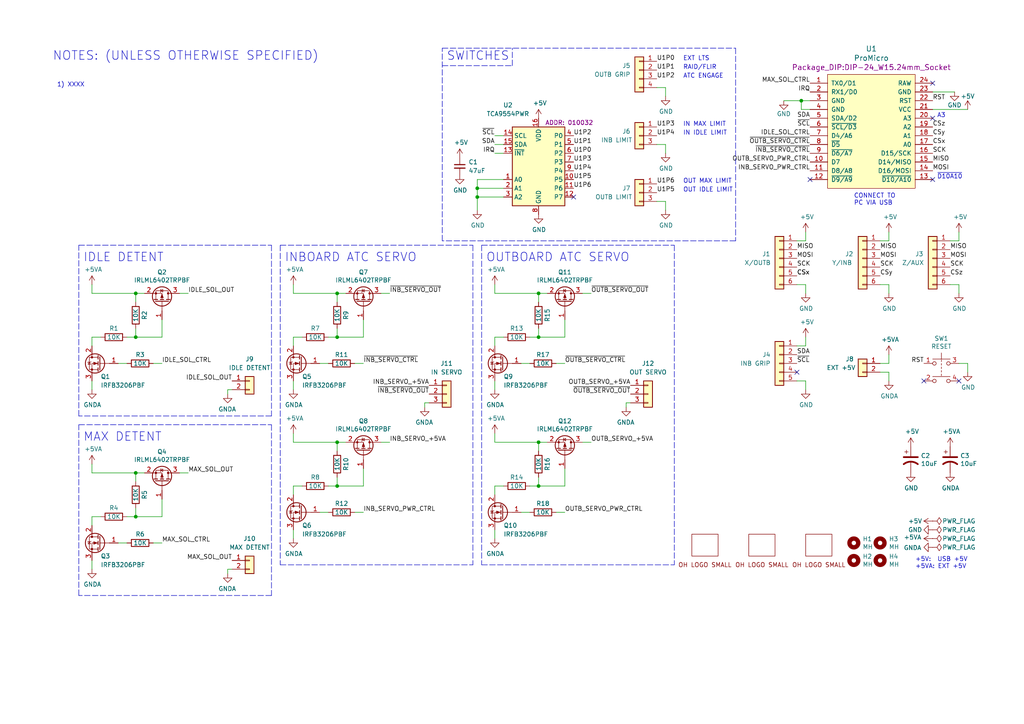
<source format=kicad_sch>
(kicad_sch (version 20211123) (generator eeschema)
  (paper "A4")
  (title_block (title "OH Flight Stick Controller") (date "2021-10-15") (rev "1") (company "www.OpenHornet.com") (comment 1 "CC BY-NC-SA"))
  (junction (at 39.37 149.86))
  (junction (at 156.21 140.97))
  (junction (at 39.37 85.09))
  (junction (at 39.37 97.79))
  (junction (at 156.21 128.27))
  (junction (at 138.43 54.61))
  (junction (at 97.79 128.27))
  (junction (at 39.37 137.16))
  (junction (at 156.21 85.09))
  (junction (at 97.79 97.79))
  (junction (at 156.21 97.79))
  (junction (at 232.41 29.21))
  (junction (at 138.43 57.15))
  (junction (at 97.79 85.09))
  (junction (at 97.79 140.97))
  (no_connect (at 270.51 24.13))
  (no_connect (at 267.97 110.49))
  (no_connect (at 166.37 57.15))
  (no_connect (at 231.14 107.95))
  (no_connect (at 270.51 34.29))
  (no_connect (at 270.51 52.07))
  (no_connect (at 278.13 110.49))
  (no_connect (at 234.95 52.07))
  (wire (pts (xy 85.09 97.79) (xy 85.09 100.33)))
  (wire (pts (xy 39.37 147.32) (xy 39.37 149.86)))
  (wire (pts (xy 138.43 54.61) (xy 138.43 57.15)))
  (wire (pts (xy 143.51 82.55) (xy 143.51 85.09)))
  (wire (pts (xy 257.81 107.95) (xy 257.81 110.49)))
  (wire (pts (xy 102.87 148.59) (xy 105.41 148.59)))
  (wire (pts (xy 143.51 125.73) (xy 143.51 128.27)))
  (polyline (pts (xy 128.27 13.97) (xy 213.36 13.97)))
  (wire (pts (xy 163.83 135.89) (xy 163.83 140.97)))
  (polyline (pts (xy 22.86 71.12) (xy 78.74 71.12)))
  (wire (pts (xy 163.83 140.97) (xy 156.21 140.97)))
  (polyline (pts (xy 213.36 69.85) (xy 128.27 69.85)))
  (wire (pts (xy 97.79 85.09) (xy 85.09 85.09)))
  (wire (pts (xy 85.09 113.03) (xy 85.09 110.49)))
  (wire (pts (xy 146.05 97.79) (xy 143.51 97.79)))
  (wire (pts (xy 146.05 140.97) (xy 143.51 140.97)))
  (wire (pts (xy 44.45 105.41) (xy 46.99 105.41)))
  (polyline (pts (xy 81.28 163.83) (xy 137.16 163.83)))
  (wire (pts (xy 39.37 137.16) (xy 26.67 137.16)))
  (wire (pts (xy 255.27 82.55) (xy 257.81 82.55)))
  (wire (pts (xy 87.63 140.97) (xy 85.09 140.97)))
  (wire (pts (xy 233.68 110.49) (xy 233.68 113.03)))
  (wire (pts (xy 67.31 165.1) (xy 66.04 165.1)))
  (wire (pts (xy 146.05 41.91) (xy 143.51 41.91)))
  (wire (pts (xy 234.95 29.21) (xy 232.41 29.21)))
  (wire (pts (xy 163.83 97.79) (xy 156.21 97.79)))
  (wire (pts (xy 151.13 105.41) (xy 153.67 105.41)))
  (wire (pts (xy 231.14 69.85) (xy 233.68 69.85)))
  (wire (pts (xy 156.21 130.81) (xy 156.21 128.27)))
  (wire (pts (xy 233.68 82.55) (xy 233.68 85.09)))
  (wire (pts (xy 39.37 87.63) (xy 39.37 85.09)))
  (wire (pts (xy 143.51 113.03) (xy 143.51 110.49)))
  (wire (pts (xy 46.99 92.71) (xy 46.99 97.79)))
  (polyline (pts (xy 128.27 69.85) (xy 128.27 13.97)))
  (wire (pts (xy 46.99 149.86) (xy 39.37 149.86)))
  (polyline (pts (xy 139.7 71.12) (xy 139.7 163.83)))
  (wire (pts (xy 270.51 31.75) (xy 280.67 31.75)))
  (wire (pts (xy 36.83 149.86) (xy 39.37 149.86)))
  (polyline (pts (xy 195.58 71.12) (xy 195.58 163.83)))
  (polyline (pts (xy 128.27 19.05) (xy 148.59 19.05)))
  (wire (pts (xy 193.04 41.91) (xy 193.04 44.45)))
  (wire (pts (xy 100.33 128.27) (xy 97.79 128.27)))
  (wire (pts (xy 34.29 157.48) (xy 36.83 157.48)))
  (wire (pts (xy 46.99 144.78) (xy 46.99 149.86)))
  (wire (pts (xy 97.79 130.81) (xy 97.79 128.27)))
  (wire (pts (xy 44.45 157.48) (xy 46.99 157.48)))
  (polyline (pts (xy 22.86 123.19) (xy 78.74 123.19)))
  (wire (pts (xy 85.09 156.21) (xy 85.09 153.67)))
  (wire (pts (xy 34.29 105.41) (xy 36.83 105.41)))
  (polyline (pts (xy 139.7 71.12) (xy 195.58 71.12)))
  (wire (pts (xy 41.91 137.16) (xy 39.37 137.16)))
  (wire (pts (xy 156.21 95.25) (xy 156.21 97.79)))
  (wire (pts (xy 29.21 97.79) (xy 26.67 97.79)))
  (wire (pts (xy 26.67 134.62) (xy 26.67 137.16)))
  (wire (pts (xy 257.81 105.41) (xy 255.27 105.41)))
  (polyline (pts (xy 22.86 172.72) (xy 22.86 123.19)))
  (wire (pts (xy 26.67 82.55) (xy 26.67 85.09)))
  (polyline (pts (xy 78.74 123.19) (xy 78.74 172.72)))
  (wire (pts (xy 233.68 100.33) (xy 233.68 97.79)))
  (polyline (pts (xy 78.74 71.12) (xy 78.74 120.65)))
  (wire (pts (xy 54.61 137.16) (xy 52.07 137.16)))
  (wire (pts (xy 153.67 140.97) (xy 156.21 140.97)))
  (polyline (pts (xy 78.74 120.65) (xy 22.86 120.65)))
  (wire (pts (xy 257.81 69.85) (xy 257.81 67.31)))
  (wire (pts (xy 231.14 100.33) (xy 233.68 100.33)))
  (wire (pts (xy 105.41 92.71) (xy 105.41 97.79)))
  (wire (pts (xy 190.5 58.42) (xy 193.04 58.42)))
  (wire (pts (xy 161.29 105.41) (xy 163.83 105.41)))
  (wire (pts (xy 153.67 97.79) (xy 156.21 97.79)))
  (wire (pts (xy 29.21 149.86) (xy 26.67 149.86)))
  (wire (pts (xy 193.04 25.4) (xy 193.04 27.94)))
  (wire (pts (xy 105.41 97.79) (xy 97.79 97.79)))
  (wire (pts (xy 171.45 85.09) (xy 168.91 85.09)))
  (wire (pts (xy 26.67 113.03) (xy 26.67 110.49)))
  (wire (pts (xy 161.29 148.59) (xy 163.83 148.59)))
  (polyline (pts (xy 213.36 13.97) (xy 213.36 69.85)))
  (wire (pts (xy 92.71 105.41) (xy 95.25 105.41)))
  (wire (pts (xy 275.59 69.85) (xy 278.13 69.85)))
  (wire (pts (xy 26.67 165.1) (xy 26.67 162.56)))
  (wire (pts (xy 233.68 69.85) (xy 233.68 67.31)))
  (wire (pts (xy 92.71 148.59) (xy 95.25 148.59)))
  (wire (pts (xy 193.04 58.42) (xy 193.04 60.96)))
  (wire (pts (xy 234.95 31.75) (xy 232.41 31.75)))
  (wire (pts (xy 255.27 107.95) (xy 257.81 107.95)))
  (wire (pts (xy 54.61 85.09) (xy 52.07 85.09)))
  (wire (pts (xy 156.21 85.09) (xy 143.51 85.09)))
  (wire (pts (xy 87.63 97.79) (xy 85.09 97.79)))
  (wire (pts (xy 95.25 140.97) (xy 97.79 140.97)))
  (wire (pts (xy 97.79 95.25) (xy 97.79 97.79)))
  (wire (pts (xy 26.67 149.86) (xy 26.67 152.4)))
  (wire (pts (xy 113.03 85.09) (xy 110.49 85.09)))
  (wire (pts (xy 146.05 57.15) (xy 138.43 57.15)))
  (wire (pts (xy 67.31 113.03) (xy 66.04 113.03)))
  (wire (pts (xy 232.41 31.75) (xy 232.41 29.21)))
  (wire (pts (xy 143.51 156.21) (xy 143.51 153.67)))
  (wire (pts (xy 257.81 102.87) (xy 257.81 105.41)))
  (wire (pts (xy 276.86 26.67) (xy 270.51 26.67)))
  (wire (pts (xy 146.05 52.07) (xy 138.43 52.07)))
  (wire (pts (xy 156.21 128.27) (xy 143.51 128.27)))
  (wire (pts (xy 151.13 148.59) (xy 153.67 148.59)))
  (wire (pts (xy 138.43 57.15) (xy 138.43 60.96)))
  (wire (pts (xy 113.03 128.27) (xy 110.49 128.27)))
  (wire (pts (xy 278.13 82.55) (xy 278.13 85.09)))
  (wire (pts (xy 190.5 25.4) (xy 193.04 25.4)))
  (wire (pts (xy 231.14 82.55) (xy 233.68 82.55)))
  (wire (pts (xy 39.37 85.09) (xy 26.67 85.09)))
  (wire (pts (xy 95.25 97.79) (xy 97.79 97.79)))
  (polyline (pts (xy 81.28 71.12) (xy 137.16 71.12)))
  (wire (pts (xy 158.75 128.27) (xy 156.21 128.27)))
  (wire (pts (xy 39.37 139.7) (xy 39.37 137.16)))
  (wire (pts (xy 26.67 97.79) (xy 26.67 100.33)))
  (wire (pts (xy 102.87 105.41) (xy 105.41 105.41)))
  (wire (pts (xy 36.83 97.79) (xy 39.37 97.79)))
  (wire (pts (xy 156.21 87.63) (xy 156.21 85.09)))
  (polyline (pts (xy 22.86 120.65) (xy 22.86 71.12)))
  (wire (pts (xy 143.51 39.37) (xy 146.05 39.37)))
  (polyline (pts (xy 81.28 71.12) (xy 81.28 163.83)))
  (wire (pts (xy 275.59 82.55) (xy 278.13 82.55)))
  (wire (pts (xy 105.41 135.89) (xy 105.41 140.97)))
  (wire (pts (xy 232.41 29.21) (xy 227.33 29.21)))
  (polyline (pts (xy 148.59 19.05) (xy 148.59 13.97)))
  (polyline (pts (xy 137.16 71.12) (xy 137.16 163.83)))
  (wire (pts (xy 181.61 116.84) (xy 181.61 118.11)))
  (wire (pts (xy 123.19 116.84) (xy 123.19 118.11)))
  (wire (pts (xy 143.51 44.45) (xy 146.05 44.45)))
  (wire (pts (xy 85.09 140.97) (xy 85.09 143.51)))
  (wire (pts (xy 85.09 125.73) (xy 85.09 128.27)))
  (polyline (pts (xy 78.74 172.72) (xy 22.86 172.72)))
  (wire (pts (xy 97.79 87.63) (xy 97.79 85.09)))
  (polyline (pts (xy 139.7 163.83) (xy 195.58 163.83)))
  (wire (pts (xy 156.21 138.43) (xy 156.21 140.97)))
  (wire (pts (xy 46.99 97.79) (xy 39.37 97.79)))
  (wire (pts (xy 97.79 128.27) (xy 85.09 128.27)))
  (wire (pts (xy 143.51 140.97) (xy 143.51 143.51)))
  (wire (pts (xy 124.46 116.84) (xy 123.19 116.84)))
  (wire (pts (xy 146.05 54.61) (xy 138.43 54.61)))
  (wire (pts (xy 278.13 69.85) (xy 278.13 67.31)))
  (wire (pts (xy 182.88 116.84) (xy 181.61 116.84)))
  (wire (pts (xy 66.04 165.1) (xy 66.04 166.37)))
  (wire (pts (xy 280.67 107.95) (xy 280.67 105.41)))
  (wire (pts (xy 158.75 85.09) (xy 156.21 85.09)))
  (wire (pts (xy 41.91 85.09) (xy 39.37 85.09)))
  (wire (pts (xy 280.67 105.41) (xy 278.13 105.41)))
  (wire (pts (xy 171.45 128.27) (xy 168.91 128.27)))
  (wire (pts (xy 190.5 41.91) (xy 193.04 41.91)))
  (wire (pts (xy 105.41 140.97) (xy 97.79 140.97)))
  (wire (pts (xy 85.09 82.55) (xy 85.09 85.09)))
  (wire (pts (xy 66.04 113.03) (xy 66.04 114.3)))
  (wire (pts (xy 97.79 138.43) (xy 97.79 140.97)))
  (wire (pts (xy 163.83 92.71) (xy 163.83 97.79)))
  (wire (pts (xy 39.37 95.25) (xy 39.37 97.79)))
  (wire (pts (xy 100.33 85.09) (xy 97.79 85.09)))
  (wire (pts (xy 257.81 82.55) (xy 257.81 85.09)))
  (wire (pts (xy 138.43 52.07) (xy 138.43 54.61)))
  (wire (pts (xy 143.51 97.79) (xy 143.51 100.33)))
  (wire (pts (xy 255.27 69.85) (xy 257.81 69.85)))
  (wire (pts (xy 231.14 110.49) (xy 233.68 110.49)))
  (text "+5V:  USB +5V\n+5VA: EXT +5V" (at 265.43 165.1 0) (effects (font (size 1.27 1.27)) (justify left bottom)))
  (text "MAX DETENT" (at 24.13 128.27 0) (effects (font (size 2.4892 2.4892)) (justify left bottom)))
  (text "SWITCHES" (at 129.54 17.78 0) (effects (font (size 2.4892 2.4892)) (justify left bottom)))
  (text "A3" (at 271.78 34.29 0) (effects (font (size 1.27 1.27)) (justify left bottom)))
  (text "IN MAX LIMIT" (at 198.12 36.83 0) (effects (font (size 1.27 1.27)) (justify left bottom)))
  (text "ATC ENGAGE" (at 198.12 22.86 0) (effects (font (size 1.27 1.27)) (justify left bottom)))
  (text "OUTBOARD ATC SERVO" (at 140.97 76.2 0) (effects (font (size 2.4892 2.4892)) (justify left bottom)))
  (text "~{D10A10}" (at 271.78 52.07 0) (effects (font (size 1.27 1.27)) (justify left bottom)))
  (text "CONNECT TO \nPC VIA USB" (at 247.65 59.69 0) (effects (font (size 1.27 1.27)) (justify left bottom)))
  (text "INBOARD ATC SERVO" (at 82.55 76.2 0) (effects (font (size 2.4892 2.4892)) (justify left bottom)))
  (text "IDLE DETENT" (at 24.13 76.2 0) (effects (font (size 2.4892 2.4892)) (justify left bottom)))
  (text "IN IDLE LIMIT" (at 198.12 39.37 0) (effects (font (size 1.27 1.27)) (justify left bottom)))
  (text "RAID/FLIR" (at 198.12 20.32 0) (effects (font (size 1.27 1.27)) (justify left bottom)))
  (text "EXT LTS" (at 198.12 17.78 0) (effects (font (size 1.27 1.27)) (justify left bottom)))
  (text "1) XXXX" (at 16.51 25.4 0) (effects (font (size 1.27 1.27)) (justify left bottom)))
  (text "OUT IDLE LIMIT" (at 198.12 55.88 0) (effects (font (size 1.27 1.27)) (justify left bottom)))
  (text "NOTES: (UNLESS OTHERWISE SPECIFIED)" (at 15.24 17.78 0) (effects (font (size 2.54 2.54)) (justify left bottom)))
  (text "OUT MAX LIMIT" (at 198.12 53.34 0) (effects (font (size 1.27 1.27)) (justify left bottom)))
  (label "MISO" (at 270.51 46.99 0))
  (label "SCK" (at 275.59 77.47 0))
  (label "CSz" (at 270.51 36.83 0))
  (label "MOSI" (at 275.59 74.93 0))
  (label "MAX_SOL_CTRL" (at 46.99 157.48 0))
  (label "SCK" (at 231.14 77.47 0))
  (label "U1P4" (at 166.37 49.53 0))
  (label "RST" (at 270.51 29.21 0))
  (label "U1P3" (at 166.37 46.99 0))
  (label "~{OUTB_SERVO_OUT}" (at 182.88 114.3 180))
  (label "CSz" (at 275.59 80.01 0))
  (label "MOSI" (at 255.27 74.93 0))
  (label "MISO" (at 231.14 72.39 0))
  (label "CSx" (at 270.51 41.91 0))
  (label "~{INB_SERVO_CTRL}" (at 234.95 44.45 180))
  (label "U1P3" (at 190.5 36.83 0))
  (label "SCK" (at 270.51 44.45 0))
  (label "MOSI" (at 270.51 49.53 0))
  (label "U1P6" (at 166.37 54.61 0))
  (label "U1P1" (at 166.37 41.91 0))
  (label "CSy" (at 270.51 39.37 0))
  (label "MAX_SOL_OUT" (at 54.61 137.16 0))
  (label "IRQ" (at 234.95 26.67 180))
  (label "IDLE_SOL_OUT" (at 67.31 110.49 180))
  (label "RST" (at 267.97 105.41 180))
  (label "U1P6" (at 190.5 53.34 0))
  (label "~{SCL}" (at 143.51 39.37 180))
  (label "U1P1" (at 190.5 20.32 0))
  (label "~{INB_SERVO_OUT}" (at 124.46 114.3 180))
  (label "IRQ" (at 143.51 44.45 180))
  (label "SDA" (at 143.51 41.91 180))
  (label "INB_SERVO_+5VA" (at 113.03 128.27 0))
  (label "IDLE_SOL_OUT" (at 54.61 85.09 0))
  (label "OUTB_SERVO_+5VA" (at 182.88 111.76 180))
  (label "SDA" (at 234.95 34.29 180))
  (label "OUTB_SERVO_+5VA" (at 171.45 128.27 0))
  (label "~{SCL}" (at 234.95 36.83 180))
  (label "INB_SERVO_PWR_CTRL" (at 234.95 49.53 180))
  (label "MISO" (at 275.59 72.39 0))
  (label "U1P0" (at 190.5 17.78 0))
  (label "U1P4" (at 190.5 39.37 0))
  (label "OUTB_SERVO_PWR_CTRL" (at 234.95 46.99 180))
  (label "INB_SERVO_PWR_CTRL" (at 105.41 148.59 0))
  (label "CSx" (at 231.14 80.01 0))
  (label "U1P0" (at 166.37 44.45 0))
  (label "U1P2" (at 166.37 39.37 0))
  (label "CSx" (at 231.14 80.01 0))
  (label "U1P5" (at 166.37 52.07 0))
  (label "U1P5" (at 190.5 55.88 0))
  (label "INB_SERVO_+5VA" (at 124.46 111.76 180))
  (label "~{SCL}" (at 231.14 105.41 0))
  (label "MISO" (at 255.27 72.39 0))
  (label "MAX_SOL_CTRL" (at 234.95 24.13 180))
  (label "SDA" (at 231.14 102.87 0))
  (label "MAX_SOL_OUT" (at 67.31 162.56 180))
  (label "OUTB_SERVO_PWR_CTRL" (at 163.83 148.59 0))
  (label "IDLE_SOL_CTRL" (at 234.95 39.37 180))
  (label "IDLE_SOL_CTRL" (at 46.99 105.41 0))
  (label "~{INB_SERVO_OUT}" (at 113.03 85.09 0))
  (label "~{OUTB_SERVO_CTRL}" (at 234.95 41.91 180))
  (label "SCK" (at 255.27 77.47 0))
  (label "~{INB_SERVO_CTRL}" (at 105.41 105.41 0))
  (label "MOSI" (at 231.14 74.93 0))
  (label "U1P2" (at 190.5 22.86 0))
  (label "CSy" (at 255.27 80.01 0))
  (label "~{OUTB_SERVO_CTRL}" (at 163.83 105.41 0))
  (label "~{OUTB_SERVO_OUT}" (at 171.45 85.09 0))
  (symbol (lib_id "Interface_Expansion:TCA9554PW") (at 156.21 46.99 0) (unit 1)
    (property "Reference" "U2" (at 147.32 30.48 0))
    (property "Value" "TCA9554PWR" (at 147.32 33.02 0))
    (property "Footprint" "Package_SO:TSSOP-16_4.4x5mm_P0.65mm" (effects hide))
    (property "Datasheet" "https://datasheet.lcsc.com/szlcsc/2001050532_Texas-Instruments-TCA9554PWR_C477924.pdf" (effects hide))
    (property "LCSC" "C477924" (effects hide))
    (property "ADDR" "ADDR: 010032" (at 165.1 35.56 0))
  )
  (symbol (lib_id "power:GND") (at 156.21 62.23 0) (unit 1)
    (property "Reference" "#PWR020" (effects hide))
    (property "Value" "GND" (at 156.337 66.6242 0))
  )
  (symbol (lib_id "power:+5V") (at 156.21 34.29 0) (unit 1)
    (property "Reference" "#PWR019" (effects hide))
    (property "Value" "+5V" (at 156.591 29.8958 0))
  )
  (symbol (lib_id "power:GND") (at 138.43 60.96 0) (unit 1)
    (property "Reference" "#PWR014" (effects hide))
    (property "Value" "GND" (at 138.557 65.3542 0))
  )
  (symbol (lib_id "Connector_Generic:Conn_01x05") (at 226.06 105.41 0) (mirror y) (unit 1)
    (property "Reference" "J4" (at 223.52 102.87 0) (effects (justify left)))
    (property "Value" "INB GRIP" (at 223.52 105.41 0) (effects (justify left)))
    (property "Footprint" "Connector_JST:JST_PH_B5B-PH-K_1x05_P2.00mm_Vertical" (effects hide))
  )
  (symbol (lib_id "power:GND") (at 233.68 113.03 0) (unit 1)
    (property "Reference" "#PWR029" (effects hide))
    (property "Value" "GND" (at 233.807 117.4242 0))
  )
  (symbol (lib_id "CONTROLLER_Throttle-rescue:CP1-Device") (at 264.16 133.35 0) (unit 1)
    (property "Reference" "C2" (at 267.081 132.1816 0) (effects (justify left)))
    (property "Value" "10uF" (at 267.081 134.493 0) (effects (justify left)))
    (property "Footprint" "Capacitor_SMD:C_1206_3216Metric" (effects hide))
    (property "Datasheet" "https://datasheet.lcsc.com/lcsc/1810221112_Samsung-Electro-Mechanics-CL31A106KBHNNNE_C13585.pdf" (effects hide))
    (property "LCSC" "C13585" (effects hide))
  )
  (symbol (lib_id "power:GND") (at 264.16 137.16 0) (unit 1)
    (property "Reference" "#PWR035" (effects hide))
    (property "Value" "GND" (at 264.287 141.5542 0))
  )
  (symbol (lib_id "Device:Q_NMOS_GDS") (at 29.21 105.41 0) (mirror y) (unit 1)
    (property "Reference" "Q1" (at 29.21 109.22 0) (effects (justify right)))
    (property "Value" "IRFB3206PBF" (at 29.21 111.76 0) (effects (justify right)))
    (property "Footprint" "Package_TO_SOT_THT:TO-220-3_Vertical" (effects hide))
    (property "Datasheet" "https://datasheet.lcsc.com/szlcsc/1806111728_Infineon-Technologies-IRFB3206PBF_C2642.pdf" (effects hide))
    (property "PN" "IRFB3206PBF" (effects hide))
    (property "LCSC" "C2642" (effects hide))
  )
  (symbol (lib_id "Device:R") (at 40.64 105.41 270) (mirror x) (unit 1)
    (property "Reference" "R3" (at 40.64 102.87 90))
    (property "Value" "10K" (at 40.64 105.41 90))
    (property "Footprint" "Resistor_SMD:R_0603_1608Metric_Pad0.98x0.95mm_HandSolder" (effects hide))
    (property "Datasheet" "https://datasheet.lcsc.com/szlcsc/1811062009_UNI-ROYAL-Uniroyal-Elec-0603WAF1002T5E_C25804.pdf" (effects hide))
    (property "PN" "0603WAF1002T5E" (effects hide))
    (property "LCSC" "C25804" (effects hide))
  )
  (symbol (lib_id "Transistor_FET:IRLML6402") (at 46.99 87.63 270) (mirror x) (unit 1)
    (property "Reference" "Q2" (at 46.99 78.9432 90))
    (property "Value" "IRLML6402TRPBF" (at 46.99 81.2546 90))
    (property "Footprint" "Package_TO_SOT_SMD:SOT-23" (effects hide))
    (property "Datasheet" "https://www.infineon.com/dgdl/irlml6402pbf.pdf?fileId=5546d462533600a401535668d5c2263c" (effects hide))
    (property "LCSC" "C2593" (effects hide))
  )
  (symbol (lib_id "Device:R") (at 33.02 97.79 270) (mirror x) (unit 1)
    (property "Reference" "R1" (at 33.02 95.25 90))
    (property "Value" "10K" (at 33.02 97.79 90))
    (property "Footprint" "Resistor_SMD:R_0603_1608Metric_Pad0.98x0.95mm_HandSolder" (effects hide))
    (property "Datasheet" "https://datasheet.lcsc.com/szlcsc/1811062009_UNI-ROYAL-Uniroyal-Elec-0603WAF1002T5E_C25804.pdf" (effects hide))
    (property "PN" "0603WAF1002T5E" (effects hide))
    (property "LCSC" "C25804" (effects hide))
  )
  (symbol (lib_id "Device:R") (at 39.37 91.44 0) (mirror x) (unit 1)
    (property "Reference" "R2" (at 41.91 91.44 90))
    (property "Value" "10K" (at 39.37 91.44 90))
    (property "Footprint" "Resistor_SMD:R_0603_1608Metric_Pad0.98x0.95mm_HandSolder" (effects hide))
    (property "Datasheet" "https://datasheet.lcsc.com/szlcsc/1811062009_UNI-ROYAL-Uniroyal-Elec-0603WAF1002T5E_C25804.pdf" (effects hide))
    (property "PN" "0603WAF1002T5E" (effects hide))
    (property "LCSC" "C25804" (effects hide))
  )
  (symbol (lib_id "power:+5V") (at 270.51 151.13 90) (unit 1)
    (property "Reference" "#PWR036" (effects hide))
    (property "Value" "+5V" (at 265.43 151.13 90))
  )
  (symbol (lib_id "power:PWR_FLAG") (at 270.51 151.13 270) (unit 1)
    (property "Reference" "#FLG01" (effects hide))
    (property "Value" "PWR_FLAG" (at 278.13 151.13 90))
  )
  (symbol (lib_id "KiCadCustomLib:ProMicro") (at 252.73 43.18 0) (unit 1)
    (property "Reference" "U1" (at 252.73 14.1478 0) (effects (font (size 1.524 1.524))))
    (property "Value" "ProMicro" (at 252.73 16.8402 0) (effects (font (size 1.524 1.524))))
    (property "Footprint" "Package_DIP:DIP-24_W15.24mm_Socket" (at 252.73 19.5326 0) (effects (font (size 1.524 1.524))))
    (property "Datasheet" "https://datasheet.lcsc.com/lcsc/1810271810_CONNFLY-Elec-DS1009-24AT1WX-0A2_C72120.pdf" (effects hide))
    (property "LCSC" "C72120" (effects hide))
  )
  (symbol (lib_id "Connector_Generic:Conn_01x06") (at 250.19 74.93 0) (mirror y) (unit 1)
    (property "Reference" "J2" (at 245.11 73.66 0) (effects (justify right)))
    (property "Value" "Y/INB" (at 241.3 76.2 0) (effects (justify right)))
    (property "Footprint" "Connector_JST:JST_PH_S6B-PH-K_1x06_P2.00mm_Horizontal" (effects hide))
    (property "Datasheet" "https://datasheet.lcsc.com/lcsc/1810261108_JST-Sales-America-S6B-PH-K-S-GW-LF-SN_C265105.pdf" (effects hide))
    (property "LCSC" "C265105" (effects hide))
  )
  (symbol (lib_id "power:+5V") (at 257.81 67.31 0) (unit 1)
    (property "Reference" "#PWR030" (effects hide))
    (property "Value" "+5V" (at 258.191 62.9158 0))
  )
  (symbol (lib_id "power:GND") (at 257.81 85.09 0) (unit 1)
    (property "Reference" "#PWR031" (effects hide))
    (property "Value" "GND" (at 257.937 89.4842 0))
  )
  (symbol (lib_id "Mechanical:MountingHole") (at 247.65 157.48 0) (unit 1)
    (property "Reference" "H1" (at 250.19 156.3116 0) (effects (justify left)))
    (property "Value" "MH" (at 250.19 158.623 0) (effects (justify left)))
    (property "Footprint" "MountingHole:MountingHole_2.5mm" (effects hide))
  )
  (symbol (lib_id "Mechanical:MountingHole") (at 255.27 157.48 0) (unit 1)
    (property "Reference" "H3" (at 257.81 156.3116 0) (effects (justify left)))
    (property "Value" "MH" (at 257.81 158.623 0) (effects (justify left)))
    (property "Footprint" "MountingHole:MountingHole_2.5mm" (effects hide))
  )
  (symbol (lib_id "KiCadCustomLib:OpenHornetLogoSmall") (at 204.47 166.37 0) (unit 1)
    (property "Reference" "LOGO1" (effects hide))
    (property "Value" "OpenHornetLogoSmall" (effects hide))
    (property "Footprint" "KiCAD Libraries:OH_LOGO_37.7mm_5.9mm" (effects hide))
  )
  (symbol (lib_id "KiCadCustomLib:OpenHornetLogoSmall") (at 220.98 166.37 0) (unit 1)
    (property "Reference" "LOGO2" (effects hide))
    (property "Value" "OpenHornetLogoSmall" (effects hide))
    (property "Footprint" "KiCAD Libraries:CC-BY-NC-SA-Small" (effects hide))
  )
  (symbol (lib_id "Connector_Generic:Conn_01x06") (at 270.51 74.93 0) (mirror y) (unit 1)
    (property "Reference" "J3" (at 265.43 73.66 0) (effects (justify right)))
    (property "Value" "Z/AUX" (at 261.62 76.2 0) (effects (justify right)))
    (property "Footprint" "Connector_JST:JST_PH_S6B-PH-K_1x06_P2.00mm_Horizontal" (effects hide))
    (property "Datasheet" "https://datasheet.lcsc.com/lcsc/1810261108_JST-Sales-America-S6B-PH-K-S-GW-LF-SN_C265105.pdf" (effects hide))
    (property "LCSC" "C265105" (effects hide))
  )
  (symbol (lib_id "power:+5V") (at 278.13 67.31 0) (unit 1)
    (property "Reference" "#PWR043" (effects hide))
    (property "Value" "+5V" (at 278.511 62.9158 0))
  )
  (symbol (lib_id "power:GND") (at 278.13 85.09 0) (unit 1)
    (property "Reference" "#PWR044" (effects hide))
    (property "Value" "GND" (at 278.257 89.4842 0))
  )
  (symbol (lib_id "power:+5V") (at 280.67 31.75 0) (unit 1)
    (property "Reference" "#PWR045" (effects hide))
    (property "Value" "+5V" (at 280.67 27.94 0))
  )
  (symbol (lib_id "power:GND") (at 276.86 26.67 0) (unit 1)
    (property "Reference" "#PWR042" (effects hide))
    (property "Value" "GND" (at 276.86 30.48 0))
  )
  (symbol (lib_id "power:GND") (at 227.33 29.21 0) (unit 1)
    (property "Reference" "#PWR025" (effects hide))
    (property "Value" "GND" (at 227.33 33.02 0))
  )
  (symbol (lib_id "KiCadCustomLib:Omron_B3F-1026") (at 273.05 105.41 0) (unit 1)
    (property "Reference" "SW1" (at 273.05 98.171 0))
    (property "Value" "RESET" (at 273.05 100.4824 0))
    (property "Footprint" "KiCAD Libraries:SMD-SW-4_5.1x5.1" (effects hide))
    (property "Datasheet" "https://datasheet.lcsc.com/lcsc/2002271431_XKB-Connectivity-TS-1187A-B-A-B_C318884.pdf" (effects hide))
    (property "LCSC" "C318884" (effects hide))
  )
  (symbol (lib_id "power:GND") (at 280.67 107.95 0) (unit 1)
    (property "Reference" "#PWR046" (effects hide))
    (property "Value" "GND" (at 280.797 112.3442 0))
  )
  (symbol (lib_id "KiCadCustomLib:OpenHornetLogoSmall") (at 237.49 166.37 0) (unit 1)
    (property "Reference" "LOGO3" (effects hide))
    (property "Value" "OpenHornetLogoSmall" (effects hide))
    (property "Footprint" "KiCAD Libraries:OH_LOGO_ONLY_11x6mm" (effects hide))
  )
  (symbol (lib_id "Mechanical:MountingHole") (at 247.65 162.56 0) (unit 1)
    (property "Reference" "H2" (at 250.19 161.3916 0) (effects (justify left)))
    (property "Value" "MH" (at 250.19 163.703 0) (effects (justify left)))
    (property "Footprint" "MountingHole:MountingHole_2.5mm" (effects hide))
  )
  (symbol (lib_id "Mechanical:MountingHole") (at 255.27 162.56 0) (unit 1)
    (property "Reference" "H4" (at 257.81 161.3916 0) (effects (justify left)))
    (property "Value" "MH" (at 257.81 163.703 0) (effects (justify left)))
    (property "Footprint" "MountingHole:MountingHole_2.5mm" (effects hide))
  )
  (symbol (lib_id "power:GND") (at 193.04 44.45 0) (unit 1)
    (property "Reference" "#PWR023" (effects hide))
    (property "Value" "GND" (at 193.167 48.8442 0))
  )
  (symbol (lib_id "Connector_Generic:Conn_01x04") (at 185.42 20.32 0) (mirror y) (unit 1)
    (property "Reference" "J5" (at 182.88 19.05 0) (effects (justify left)))
    (property "Value" "OUTB GRIP" (at 182.88 21.59 0) (effects (justify left)))
    (property "Footprint" "Connector_JST:JST_PH_B4B-PH-K_1x04_P2.00mm_Vertical" (effects hide))
  )
  (symbol (lib_id "power:GND") (at 193.04 27.94 0) (unit 1)
    (property "Reference" "#PWR022" (effects hide))
    (property "Value" "GND" (at 193.167 32.3342 0))
  )
  (symbol (lib_id "power:+5V") (at 233.68 97.79 0) (unit 1)
    (property "Reference" "#PWR028" (effects hide))
    (property "Value" "+5V" (at 234.061 93.3958 0))
  )
  (symbol (lib_id "Connector_Generic:Conn_01x03") (at 185.42 39.37 0) (mirror y) (unit 1)
    (property "Reference" "J6" (at 182.88 38.1 0) (effects (justify left)))
    (property "Value" "INB LIMIT" (at 183.388 40.6146 0) (effects (justify left)))
    (property "Footprint" "Connector_JST:JST_PH_B3B-PH-K_1x03_P2.00mm_Vertical" (effects hide))
  )
  (symbol (lib_id "power:GND") (at 193.04 60.96 0) (unit 1)
    (property "Reference" "#PWR024" (effects hide))
    (property "Value" "GND" (at 193.167 65.3542 0))
  )
  (symbol (lib_id "Connector_Generic:Conn_01x03") (at 185.42 55.88 0) (mirror y) (unit 1)
    (property "Reference" "J7" (at 182.88 54.61 0) (effects (justify left)))
    (property "Value" "OUTB LIMIT" (at 183.388 57.1246 0) (effects (justify left)))
    (property "Footprint" "Connector_JST:JST_PH_B3B-PH-K_1x03_P2.00mm_Vertical" (effects hide))
  )
  (symbol (lib_id "Connector_Generic:Conn_01x02") (at 72.39 110.49 0) (unit 1)
    (property "Reference" "J9" (at 72.39 104.14 0))
    (property "Value" "IDLE DETENT" (at 72.39 106.68 0))
    (property "Footprint" "Connector_JST:JST_PH_B2B-PH-K_1x02_P2.00mm_Vertical" (effects hide))
  )
  (symbol (lib_id "Connector_Generic:Conn_01x03") (at 187.96 114.3 0) (unit 1)
    (property "Reference" "J12" (at 187.96 105.41 0))
    (property "Value" "OUT SERVO" (at 187.96 107.95 0))
    (property "Footprint" "Connector_JST:JST_PH_B3B-PH-K_1x03_P2.00mm_Vertical" (effects hide))
  )
  (symbol (lib_id "Connector_Generic:Conn_01x03") (at 129.54 114.3 0) (unit 1)
    (property "Reference" "J11" (at 129.54 105.41 0))
    (property "Value" "IN SERVO" (at 129.54 107.95 0))
    (property "Footprint" "Connector_JST:JST_PH_B3B-PH-K_1x03_P2.00mm_Vertical" (effects hide))
  )
  (symbol (lib_id "Connector_Generic:Conn_01x06") (at 226.06 74.93 0) (mirror y) (unit 1)
    (property "Reference" "J1" (at 222.25 73.66 0))
    (property "Value" "X/OUTB" (at 215.9 76.2 0) (effects (justify right)))
    (property "Footprint" "Connector_JST:JST_PH_S6B-PH-K_1x06_P2.00mm_Horizontal" (effects hide))
    (property "Datasheet" "https://datasheet.lcsc.com/lcsc/1810261108_JST-Sales-America-S6B-PH-K-S-GW-LF-SN_C265105.pdf" (effects hide))
    (property "LCSC" "C265105" (effects hide))
  )
  (symbol (lib_id "power:+5V") (at 233.68 67.31 0) (unit 1)
    (property "Reference" "#PWR026" (effects hide))
    (property "Value" "+5V" (at 234.061 62.9158 0))
  )
  (symbol (lib_id "power:GND") (at 233.68 85.09 0) (unit 1)
    (property "Reference" "#PWR027" (effects hide))
    (property "Value" "GND" (at 233.807 89.4842 0))
  )
  (symbol (lib_id "power:+5V") (at 264.16 129.54 0) (unit 1)
    (property "Reference" "#PWR034" (effects hide))
    (property "Value" "+5V" (at 264.541 125.1458 0))
  )
  (symbol (lib_id "CONTROLLER_Throttle-rescue:CP1-Device") (at 275.59 133.35 0) (unit 1)
    (property "Reference" "C3" (at 278.511 132.1816 0) (effects (justify left)))
    (property "Value" "10uF" (at 278.511 134.493 0) (effects (justify left)))
    (property "Footprint" "Capacitor_SMD:C_1206_3216Metric" (effects hide))
    (property "Datasheet" "https://datasheet.lcsc.com/lcsc/1810221112_Samsung-Electro-Mechanics-CL31A106KBHNNNE_C13585.pdf" (effects hide))
    (property "LCSC" "C13585" (effects hide))
  )
  (symbol (lib_id "power:+5VA") (at 275.59 129.54 0) (unit 1)
    (property "Reference" "#PWR040" (effects hide))
    (property "Value" "+5VA" (at 275.971 125.1458 0))
  )
  (symbol (lib_id "Connector_Generic:Conn_01x02") (at 250.19 105.41 0) (mirror y) (unit 1)
    (property "Reference" "J8" (at 247.65 104.14 0) (effects (justify left)))
    (property "Value" "EXT +5V" (at 248.158 106.6546 0) (effects (justify left)))
    (property "Footprint" "Connector_JST:JST_PH_B2B-PH-K_1x02_P2.00mm_Vertical" (effects hide))
  )
  (symbol (lib_id "power:+5VA") (at 257.81 102.87 0) (unit 1)
    (property "Reference" "#PWR032" (effects hide))
    (property "Value" "+5VA" (at 258.191 98.4758 0))
  )
  (symbol (lib_id "power:GNDA") (at 257.81 110.49 0) (unit 1)
    (property "Reference" "#PWR033" (effects hide))
    (property "Value" "GNDA" (at 257.937 114.8842 0))
  )
  (symbol (lib_id "power:GNDA") (at 66.04 114.3 0) (mirror y) (unit 1)
    (property "Reference" "#PWR03" (effects hide))
    (property "Value" "GNDA" (at 65.913 118.6942 0))
  )
  (symbol (lib_id "power:GNDA") (at 123.19 118.11 0) (mirror y) (unit 1)
    (property "Reference" "#PWR011" (effects hide))
    (property "Value" "GNDA" (at 123.063 122.5042 0))
  )
  (symbol (lib_id "power:GNDA") (at 181.61 118.11 0) (mirror y) (unit 1)
    (property "Reference" "#PWR021" (effects hide))
    (property "Value" "GNDA" (at 181.483 122.5042 0))
  )
  (symbol (lib_id "power:+5VA") (at 26.67 82.55 0) (unit 1)
    (property "Reference" "#PWR01" (effects hide))
    (property "Value" "+5VA" (at 27.051 78.1558 0))
  )
  (symbol (lib_id "power:GNDA") (at 26.67 113.03 0) (unit 1)
    (property "Reference" "#PWR02" (effects hide))
    (property "Value" "GNDA" (at 26.797 117.4242 0))
  )
  (symbol (lib_id "Connector_Generic:Conn_01x02") (at 72.39 162.56 0) (unit 1)
    (property "Reference" "J10" (at 72.39 156.21 0))
    (property "Value" "MAX DETENT" (at 72.39 158.75 0))
    (property "Footprint" "Connector_JST:JST_PH_B2B-PH-K_1x02_P2.00mm_Vertical" (effects hide))
  )
  (symbol (lib_id "Transistor_FET:IRLML6402") (at 46.99 139.7 270) (mirror x) (unit 1)
    (property "Reference" "Q4" (at 46.99 131.0132 90))
    (property "Value" "IRLML6402TRPBF" (at 46.99 133.3246 90))
    (property "Footprint" "Package_TO_SOT_SMD:SOT-23" (effects hide))
    (property "Datasheet" "https://www.infineon.com/dgdl/irlml6402pbf.pdf?fileId=5546d462533600a401535668d5c2263c" (effects hide))
    (property "LCSC" "C2593" (effects hide))
  )
  (symbol (lib_id "Device:R") (at 33.02 149.86 270) (mirror x) (unit 1)
    (property "Reference" "R4" (at 33.02 147.32 90))
    (property "Value" "10K" (at 33.02 149.86 90))
    (property "Footprint" "Resistor_SMD:R_0603_1608Metric_Pad0.98x0.95mm_HandSolder" (effects hide))
    (property "Datasheet" "https://datasheet.lcsc.com/szlcsc/1811062009_UNI-ROYAL-Uniroyal-Elec-0603WAF1002T5E_C25804.pdf" (effects hide))
    (property "PN" "0603WAF1002T5E" (effects hide))
    (property "LCSC" "C25804" (effects hide))
  )
  (symbol (lib_id "Device:R") (at 39.37 143.51 0) (mirror x) (unit 1)
    (property "Reference" "R5" (at 41.91 143.51 90))
    (property "Value" "10K" (at 39.37 143.51 90))
    (property "Footprint" "Resistor_SMD:R_0603_1608Metric_Pad0.98x0.95mm_HandSolder" (effects hide))
    (property "Datasheet" "https://datasheet.lcsc.com/szlcsc/1811062009_UNI-ROYAL-Uniroyal-Elec-0603WAF1002T5E_C25804.pdf" (effects hide))
    (property "PN" "0603WAF1002T5E" (effects hide))
    (property "LCSC" "C25804" (effects hide))
  )
  (symbol (lib_id "Device:Q_NMOS_GDS") (at 29.21 157.48 0) (mirror y) (unit 1)
    (property "Reference" "Q3" (at 29.21 161.29 0) (effects (justify right)))
    (property "Value" "IRFB3206PBF" (at 29.21 163.83 0) (effects (justify right)))
    (property "Footprint" "Package_TO_SOT_THT:TO-220-3_Vertical" (effects hide))
    (property "Datasheet" "https://datasheet.lcsc.com/szlcsc/1806111728_Infineon-Technologies-IRFB3206PBF_C2642.pdf" (effects hide))
    (property "PN" "IRFB3206PBF" (effects hide))
    (property "LCSC" "C2642" (effects hide))
  )
  (symbol (lib_id "Device:R") (at 40.64 157.48 270) (mirror x) (unit 1)
    (property "Reference" "R6" (at 40.64 154.94 90))
    (property "Value" "10K" (at 40.64 157.48 90))
    (property "Footprint" "Resistor_SMD:R_0603_1608Metric_Pad0.98x0.95mm_HandSolder" (effects hide))
    (property "Datasheet" "https://datasheet.lcsc.com/szlcsc/1811062009_UNI-ROYAL-Uniroyal-Elec-0603WAF1002T5E_C25804.pdf" (effects hide))
    (property "PN" "0603WAF1002T5E" (effects hide))
    (property "LCSC" "C25804" (effects hide))
  )
  (symbol (lib_id "power:GNDA") (at 66.04 166.37 0) (mirror y) (unit 1)
    (property "Reference" "#PWR06" (effects hide))
    (property "Value" "GNDA" (at 65.913 170.7642 0))
  )
  (symbol (lib_id "power:+5VA") (at 26.67 134.62 0) (unit 1)
    (property "Reference" "#PWR04" (effects hide))
    (property "Value" "+5VA" (at 27.051 130.2258 0))
  )
  (symbol (lib_id "power:GNDA") (at 26.67 165.1 0) (unit 1)
    (property "Reference" "#PWR05" (effects hide))
    (property "Value" "GNDA" (at 26.797 169.4942 0))
  )
  (symbol (lib_id "Transistor_FET:IRLML6402") (at 105.41 87.63 270) (mirror x) (unit 1)
    (property "Reference" "Q7" (at 105.41 78.9432 90))
    (property "Value" "IRLML6402TRPBF" (at 105.41 81.2546 90))
    (property "Footprint" "Package_TO_SOT_SMD:SOT-23" (effects hide))
    (property "Datasheet" "https://www.infineon.com/dgdl/irlml6402pbf.pdf?fileId=5546d462533600a401535668d5c2263c" (effects hide))
    (property "LCSC" "C2593" (effects hide))
  )
  (symbol (lib_id "Device:R") (at 91.44 97.79 270) (mirror x) (unit 1)
    (property "Reference" "R7" (at 91.44 95.25 90))
    (property "Value" "10K" (at 91.44 97.79 90))
    (property "Footprint" "Resistor_SMD:R_0603_1608Metric_Pad0.98x0.95mm_HandSolder" (effects hide))
    (property "Datasheet" "https://datasheet.lcsc.com/szlcsc/1811062009_UNI-ROYAL-Uniroyal-Elec-0603WAF1002T5E_C25804.pdf" (effects hide))
    (property "PN" "0603WAF1002T5E" (effects hide))
    (property "LCSC" "C25804" (effects hide))
  )
  (symbol (lib_id "Device:R") (at 97.79 91.44 0) (mirror x) (unit 1)
    (property "Reference" "R9" (at 100.33 91.44 90))
    (property "Value" "10K" (at 97.79 91.44 90))
    (property "Footprint" "Resistor_SMD:R_0603_1608Metric_Pad0.98x0.95mm_HandSolder" (effects hide))
    (property "Datasheet" "https://datasheet.lcsc.com/szlcsc/1811062009_UNI-ROYAL-Uniroyal-Elec-0603WAF1002T5E_C25804.pdf" (effects hide))
    (property "PN" "0603WAF1002T5E" (effects hide))
    (property "LCSC" "C25804" (effects hide))
  )
  (symbol (lib_id "Device:Q_NMOS_GDS") (at 87.63 105.41 0) (mirror y) (unit 1)
    (property "Reference" "Q5" (at 87.63 109.22 0) (effects (justify right)))
    (property "Value" "IRFB3206PBF" (at 87.63 111.76 0) (effects (justify right)))
    (property "Footprint" "Package_TO_SOT_THT:TO-220-3_Vertical" (effects hide))
    (property "Datasheet" "https://datasheet.lcsc.com/szlcsc/1806111728_Infineon-Technologies-IRFB3206PBF_C2642.pdf" (effects hide))
    (property "PN" "IRFB3206PBF" (effects hide))
    (property "LCSC" "C2642" (effects hide))
  )
  (symbol (lib_id "Device:R") (at 99.06 105.41 270) (mirror x) (unit 1)
    (property "Reference" "R11" (at 99.06 102.87 90))
    (property "Value" "10K" (at 99.06 105.41 90))
    (property "Footprint" "Resistor_SMD:R_0603_1608Metric_Pad0.98x0.95mm_HandSolder" (effects hide))
    (property "Datasheet" "https://datasheet.lcsc.com/szlcsc/1811062009_UNI-ROYAL-Uniroyal-Elec-0603WAF1002T5E_C25804.pdf" (effects hide))
    (property "PN" "0603WAF1002T5E" (effects hide))
    (property "LCSC" "C25804" (effects hide))
  )
  (symbol (lib_id "power:+5VA") (at 85.09 82.55 0) (unit 1)
    (property "Reference" "#PWR07" (effects hide))
    (property "Value" "+5VA" (at 85.471 78.1558 0))
  )
  (symbol (lib_id "power:GNDA") (at 85.09 113.03 0) (unit 1)
    (property "Reference" "#PWR08" (effects hide))
    (property "Value" "GNDA" (at 85.217 117.4242 0))
  )
  (symbol (lib_id "Transistor_FET:IRLML6402") (at 163.83 87.63 270) (mirror x) (unit 1)
    (property "Reference" "Q11" (at 163.83 78.9432 90))
    (property "Value" "IRLML6402TRPBF" (at 163.83 81.2546 90))
    (property "Footprint" "Package_TO_SOT_SMD:SOT-23" (effects hide))
    (property "Datasheet" "https://www.infineon.com/dgdl/irlml6402pbf.pdf?fileId=5546d462533600a401535668d5c2263c" (effects hide))
    (property "LCSC" "C2593" (effects hide))
  )
  (symbol (lib_id "Device:R") (at 149.86 97.79 270) (mirror x) (unit 1)
    (property "Reference" "R13" (at 149.86 95.25 90))
    (property "Value" "10K" (at 149.86 97.79 90))
    (property "Footprint" "Resistor_SMD:R_0603_1608Metric_Pad0.98x0.95mm_HandSolder" (effects hide))
    (property "Datasheet" "https://datasheet.lcsc.com/szlcsc/1811062009_UNI-ROYAL-Uniroyal-Elec-0603WAF1002T5E_C25804.pdf" (effects hide))
    (property "PN" "0603WAF1002T5E" (effects hide))
    (property "LCSC" "C25804" (effects hide))
  )
  (symbol (lib_id "Device:R") (at 156.21 91.44 0) (mirror x) (unit 1)
    (property "Reference" "R15" (at 158.75 91.44 90))
    (property "Value" "10K" (at 156.21 91.44 90))
    (property "Footprint" "Resistor_SMD:R_0603_1608Metric_Pad0.98x0.95mm_HandSolder" (effects hide))
    (property "Datasheet" "https://datasheet.lcsc.com/szlcsc/1811062009_UNI-ROYAL-Uniroyal-Elec-0603WAF1002T5E_C25804.pdf" (effects hide))
    (property "PN" "0603WAF1002T5E" (effects hide))
    (property "LCSC" "C25804" (effects hide))
  )
  (symbol (lib_id "Device:Q_NMOS_GDS") (at 146.05 105.41 0) (mirror y) (unit 1)
    (property "Reference" "Q9" (at 146.05 109.22 0) (effects (justify right)))
    (property "Value" "IRFB3206PBF" (at 146.05 111.76 0) (effects (justify right)))
    (property "Footprint" "Package_TO_SOT_THT:TO-220-3_Vertical" (effects hide))
    (property "Datasheet" "https://datasheet.lcsc.com/szlcsc/1806111728_Infineon-Technologies-IRFB3206PBF_C2642.pdf" (effects hide))
    (property "PN" "IRFB3206PBF" (effects hide))
    (property "LCSC" "C2642" (effects hide))
  )
  (symbol (lib_id "Device:R") (at 157.48 105.41 270) (mirror x) (unit 1)
    (property "Reference" "R17" (at 157.48 102.87 90))
    (property "Value" "10K" (at 157.48 105.41 90))
    (property "Footprint" "Resistor_SMD:R_0603_1608Metric_Pad0.98x0.95mm_HandSolder" (effects hide))
    (property "Datasheet" "https://datasheet.lcsc.com/szlcsc/1811062009_UNI-ROYAL-Uniroyal-Elec-0603WAF1002T5E_C25804.pdf" (effects hide))
    (property "PN" "0603WAF1002T5E" (effects hide))
    (property "LCSC" "C25804" (effects hide))
  )
  (symbol (lib_id "power:+5VA") (at 143.51 82.55 0) (unit 1)
    (property "Reference" "#PWR015" (effects hide))
    (property "Value" "+5VA" (at 143.891 78.1558 0))
  )
  (symbol (lib_id "power:GNDA") (at 143.51 113.03 0) (unit 1)
    (property "Reference" "#PWR016" (effects hide))
    (property "Value" "GNDA" (at 143.637 117.4242 0))
  )
  (symbol (lib_id "Device:C_Small") (at 133.35 48.26 0) (unit 1)
    (property "Reference" "C1" (at 135.89 46.99 0) (effects (justify left)))
    (property "Value" "47uF" (at 135.89 49.53 0) (effects (justify left)))
    (property "Footprint" "Capacitor_SMD:C_1206_3216Metric" (effects hide))
    (property "Datasheet" "https://datasheet.lcsc.com/szlcsc/Samsung-Electro-Mechanics-CL31A476MPHNNNE_C96123.pdf" (effects hide))
    (property "PN" "CL31A476MPHNNNE" (effects hide))
    (property "LCSC" "C96123" (effects hide))
  )
  (symbol (lib_id "power:+5V") (at 133.35 45.72 0) (unit 1)
    (property "Reference" "#PWR012" (effects hide))
    (property "Value" "+5V" (at 133.731 41.3258 0))
  )
  (symbol (lib_id "power:GND") (at 133.35 50.8 0) (unit 1)
    (property "Reference" "#PWR013" (effects hide))
    (property "Value" "GND" (at 133.477 55.1942 0))
  )
  (symbol (lib_id "power:+5VA") (at 270.51 156.21 90) (unit 1)
    (property "Reference" "#PWR038" (effects hide))
    (property "Value" "+5VA" (at 267.2842 155.829 90) (effects (justify left)))
  )
  (symbol (lib_id "power:PWR_FLAG") (at 270.51 156.21 270) (unit 1)
    (property "Reference" "#FLG03" (effects hide))
    (property "Value" "PWR_FLAG" (at 278.13 156.21 90))
  )
  (symbol (lib_id "power:PWR_FLAG") (at 270.51 153.67 270) (unit 1)
    (property "Reference" "#FLG02" (effects hide))
    (property "Value" "PWR_FLAG" (at 278.13 153.67 90))
  )
  (symbol (lib_id "power:PWR_FLAG") (at 270.51 158.75 270) (unit 1)
    (property "Reference" "#FLG04" (effects hide))
    (property "Value" "PWR_FLAG" (at 278.13 158.75 90))
  )
  (symbol (lib_id "power:GND") (at 270.51 153.67 270) (unit 1)
    (property "Reference" "#PWR037" (effects hide))
    (property "Value" "GND" (at 265.43 153.67 90))
  )
  (symbol (lib_id "power:GNDA") (at 270.51 158.75 270) (unit 1)
    (property "Reference" "#PWR039" (effects hide))
    (property "Value" "GNDA" (at 267.2842 158.877 90) (effects (justify right)))
  )
  (symbol (lib_id "Transistor_FET:IRLML6402") (at 105.41 130.81 270) (mirror x) (unit 1)
    (property "Reference" "Q8" (at 105.41 122.1232 90))
    (property "Value" "IRLML6402TRPBF" (at 105.41 124.4346 90))
    (property "Footprint" "Package_TO_SOT_SMD:SOT-23" (effects hide))
    (property "Datasheet" "https://www.infineon.com/dgdl/irlml6402pbf.pdf?fileId=5546d462533600a401535668d5c2263c" (effects hide))
    (property "LCSC" "C2593" (effects hide))
  )
  (symbol (lib_id "Device:R") (at 91.44 140.97 270) (mirror x) (unit 1)
    (property "Reference" "R8" (at 91.44 138.43 90))
    (property "Value" "10K" (at 91.44 140.97 90))
    (property "Footprint" "Resistor_SMD:R_0603_1608Metric_Pad0.98x0.95mm_HandSolder" (effects hide))
    (property "Datasheet" "https://datasheet.lcsc.com/szlcsc/1811062009_UNI-ROYAL-Uniroyal-Elec-0603WAF1002T5E_C25804.pdf" (effects hide))
    (property "PN" "0603WAF1002T5E" (effects hide))
    (property "LCSC" "C25804" (effects hide))
  )
  (symbol (lib_id "Device:R") (at 97.79 134.62 0) (mirror x) (unit 1)
    (property "Reference" "R10" (at 100.33 134.62 90))
    (property "Value" "10K" (at 97.79 134.62 90))
    (property "Footprint" "Resistor_SMD:R_0603_1608Metric_Pad0.98x0.95mm_HandSolder" (effects hide))
    (property "Datasheet" "https://datasheet.lcsc.com/szlcsc/1811062009_UNI-ROYAL-Uniroyal-Elec-0603WAF1002T5E_C25804.pdf" (effects hide))
    (property "PN" "0603WAF1002T5E" (effects hide))
    (property "LCSC" "C25804" (effects hide))
  )
  (symbol (lib_id "Device:Q_NMOS_GDS") (at 87.63 148.59 0) (mirror y) (unit 1)
    (property "Reference" "Q6" (at 87.63 152.4 0) (effects (justify right)))
    (property "Value" "IRFB3206PBF" (at 87.63 154.94 0) (effects (justify right)))
    (property "Footprint" "Package_TO_SOT_THT:TO-220-3_Vertical" (effects hide))
    (property "Datasheet" "https://datasheet.lcsc.com/szlcsc/1806111728_Infineon-Technologies-IRFB3206PBF_C2642.pdf" (effects hide))
    (property "PN" "IRFB3206PBF" (effects hide))
    (property "LCSC" "C2642" (effects hide))
  )
  (symbol (lib_id "Device:R") (at 99.06 148.59 270) (mirror x) (unit 1)
    (property "Reference" "R12" (at 99.06 146.05 90))
    (property "Value" "10K" (at 99.06 148.59 90))
    (property "Footprint" "Resistor_SMD:R_0603_1608Metric_Pad0.98x0.95mm_HandSolder" (effects hide))
    (property "Datasheet" "https://datasheet.lcsc.com/szlcsc/1811062009_UNI-ROYAL-Uniroyal-Elec-0603WAF1002T5E_C25804.pdf" (effects hide))
    (property "PN" "0603WAF1002T5E" (effects hide))
    (property "LCSC" "C25804" (effects hide))
  )
  (symbol (lib_id "power:+5VA") (at 85.09 125.73 0) (unit 1)
    (property "Reference" "#PWR09" (effects hide))
    (property "Value" "+5VA" (at 85.471 121.3358 0))
  )
  (symbol (lib_id "power:GNDA") (at 85.09 156.21 0) (unit 1)
    (property "Reference" "#PWR010" (effects hide))
    (property "Value" "GNDA" (at 85.217 160.6042 0))
  )
  (symbol (lib_id "Transistor_FET:IRLML6402") (at 163.83 130.81 270) (mirror x) (unit 1)
    (property "Reference" "Q12" (at 163.83 122.1232 90))
    (property "Value" "IRLML6402TRPBF" (at 163.83 124.4346 90))
    (property "Footprint" "Package_TO_SOT_SMD:SOT-23" (effects hide))
    (property "Datasheet" "https://www.infineon.com/dgdl/irlml6402pbf.pdf?fileId=5546d462533600a401535668d5c2263c" (effects hide))
    (property "LCSC" "C2593" (effects hide))
  )
  (symbol (lib_id "Device:R") (at 149.86 140.97 270) (mirror x) (unit 1)
    (property "Reference" "R14" (at 149.86 138.43 90))
    (property "Value" "10K" (at 149.86 140.97 90))
    (property "Footprint" "Resistor_SMD:R_0603_1608Metric_Pad0.98x0.95mm_HandSolder" (effects hide))
    (property "Datasheet" "https://datasheet.lcsc.com/szlcsc/1811062009_UNI-ROYAL-Uniroyal-Elec-0603WAF1002T5E_C25804.pdf" (effects hide))
    (property "PN" "0603WAF1002T5E" (effects hide))
    (property "LCSC" "C25804" (effects hide))
  )
  (symbol (lib_id "Device:R") (at 156.21 134.62 0) (mirror x) (unit 1)
    (property "Reference" "R16" (at 158.75 134.62 90))
    (property "Value" "10K" (at 156.21 134.62 90))
    (property "Footprint" "Resistor_SMD:R_0603_1608Metric_Pad0.98x0.95mm_HandSolder" (effects hide))
    (property "Datasheet" "https://datasheet.lcsc.com/szlcsc/1811062009_UNI-ROYAL-Uniroyal-Elec-0603WAF1002T5E_C25804.pdf" (effects hide))
    (property "PN" "0603WAF1002T5E" (effects hide))
    (property "LCSC" "C25804" (effects hide))
  )
  (symbol (lib_id "Device:Q_NMOS_GDS") (at 146.05 148.59 0) (mirror y) (unit 1)
    (property "Reference" "Q10" (at 146.05 152.4 0) (effects (justify right)))
    (property "Value" "IRFB3206PBF" (at 146.05 154.94 0) (effects (justify right)))
    (property "Footprint" "Package_TO_SOT_THT:TO-220-3_Vertical" (effects hide))
    (property "Datasheet" "https://datasheet.lcsc.com/szlcsc/1806111728_Infineon-Technologies-IRFB3206PBF_C2642.pdf" (effects hide))
    (property "PN" "IRFB3206PBF" (effects hide))
    (property "LCSC" "C2642" (effects hide))
  )
  (symbol (lib_id "Device:R") (at 157.48 148.59 270) (mirror x) (unit 1)
    (property "Reference" "R18" (at 157.48 146.05 90))
    (property "Value" "10K" (at 157.48 148.59 90))
    (property "Footprint" "Resistor_SMD:R_0603_1608Metric_Pad0.98x0.95mm_HandSolder" (effects hide))
    (property "Datasheet" "https://datasheet.lcsc.com/szlcsc/1811062009_UNI-ROYAL-Uniroyal-Elec-0603WAF1002T5E_C25804.pdf" (effects hide))
    (property "PN" "0603WAF1002T5E" (effects hide))
    (property "LCSC" "C25804" (effects hide))
  )
  (symbol (lib_id "power:+5VA") (at 143.51 125.73 0) (unit 1)
    (property "Reference" "#PWR017" (effects hide))
    (property "Value" "+5VA" (at 143.891 121.3358 0))
  )
  (symbol (lib_id "power:GNDA") (at 143.51 156.21 0) (unit 1)
    (property "Reference" "#PWR018" (effects hide))
    (property "Value" "GNDA" (at 143.637 160.6042 0))
  )
  (symbol (lib_id "power:GNDA") (at 275.59 137.16 0) (unit 1)
    (property "Reference" "#PWR041" (effects hide))
    (property "Value" "GNDA" (at 275.717 141.5542 0))
  )
)
</source>
